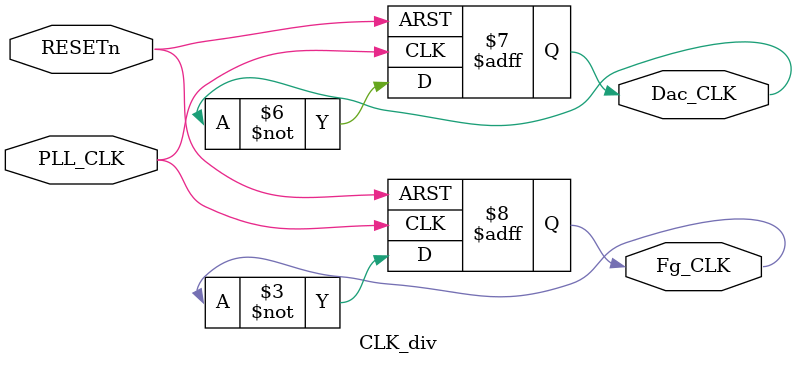
<source format=v>

module CLK_div (
    input wire PLL_CLK,
    input wire RESETn,
    output reg Fg_CLK,
    output reg Dac_CLK
);

//----------------------------------------//
// Process Declaration
//----------------------------------------//


    always @(posedge PLL_CLK or negedge RESETn) begin
        if(~RESETn) begin
            Fg_CLK <= 0;
    end
        else Fg_CLK <= ~Fg_CLK;
    end

    always @(negedge PLL_CLK or negedge RESETn) begin
        if(~RESETn) begin    
            Dac_CLK <= 0;
        end
        else Dac_CLK <= ~Dac_CLK;
    end
    
endmodule

</source>
